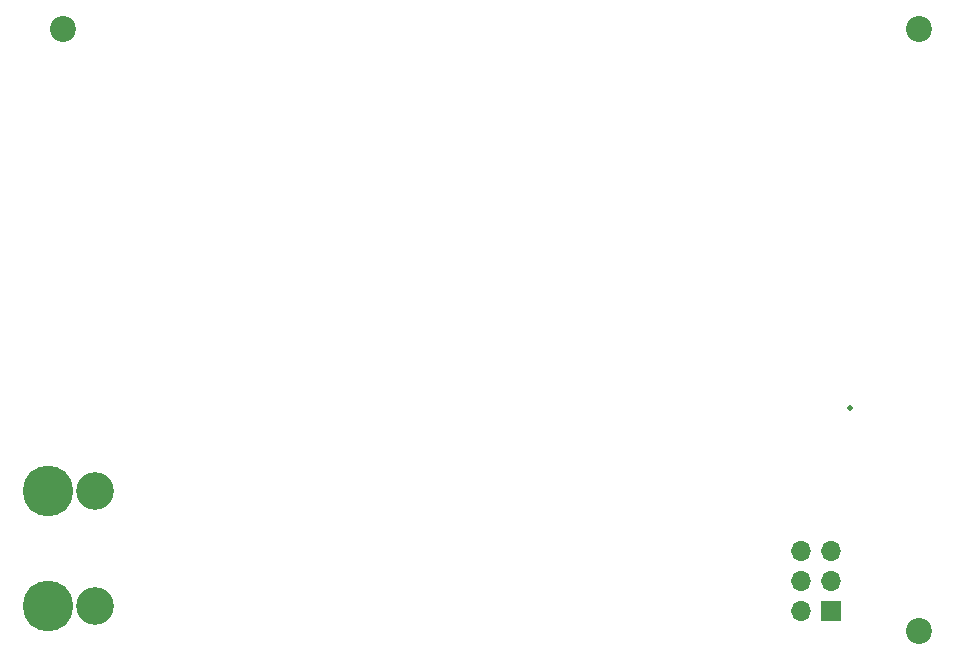
<source format=gbr>
%TF.GenerationSoftware,KiCad,Pcbnew,8.0.0*%
%TF.CreationDate,2024-10-31T15:18:53+01:00*%
%TF.ProjectId,gateway_design_kicad,67617465-7761-4795-9f64-657369676e5f,rev?*%
%TF.SameCoordinates,Original*%
%TF.FileFunction,Soldermask,Bot*%
%TF.FilePolarity,Negative*%
%FSLAX46Y46*%
G04 Gerber Fmt 4.6, Leading zero omitted, Abs format (unit mm)*
G04 Created by KiCad (PCBNEW 8.0.0) date 2024-10-31 15:18:53*
%MOMM*%
%LPD*%
G01*
G04 APERTURE LIST*
%ADD10C,0.500000*%
%ADD11C,3.195000*%
%ADD12C,4.290000*%
%ADD13C,2.200000*%
%ADD14R,1.700000X1.700000*%
%ADD15O,1.700000X1.700000*%
G04 APERTURE END LIST*
D10*
%TO.C,MK2*%
X154200000Y-92126000D03*
%TD*%
D11*
%TO.C,J6*%
X90272500Y-99125000D03*
D12*
X86272500Y-99125000D03*
D11*
X90272500Y-108875000D03*
D12*
X86272500Y-108875000D03*
%TD*%
D13*
%TO.C,REF\u002A\u002A*%
X87500000Y-60000000D03*
%TD*%
D14*
%TO.C,J7*%
X152600000Y-109240000D03*
D15*
X150060000Y-109240000D03*
X152600000Y-106700000D03*
X150060000Y-106700000D03*
X152600000Y-104160000D03*
X150060000Y-104160000D03*
%TD*%
D13*
%TO.C,REF\u002A\u002A*%
X160000000Y-111000000D03*
%TD*%
%TO.C,REF\u002A\u002A*%
X160000000Y-60000000D03*
%TD*%
M02*

</source>
